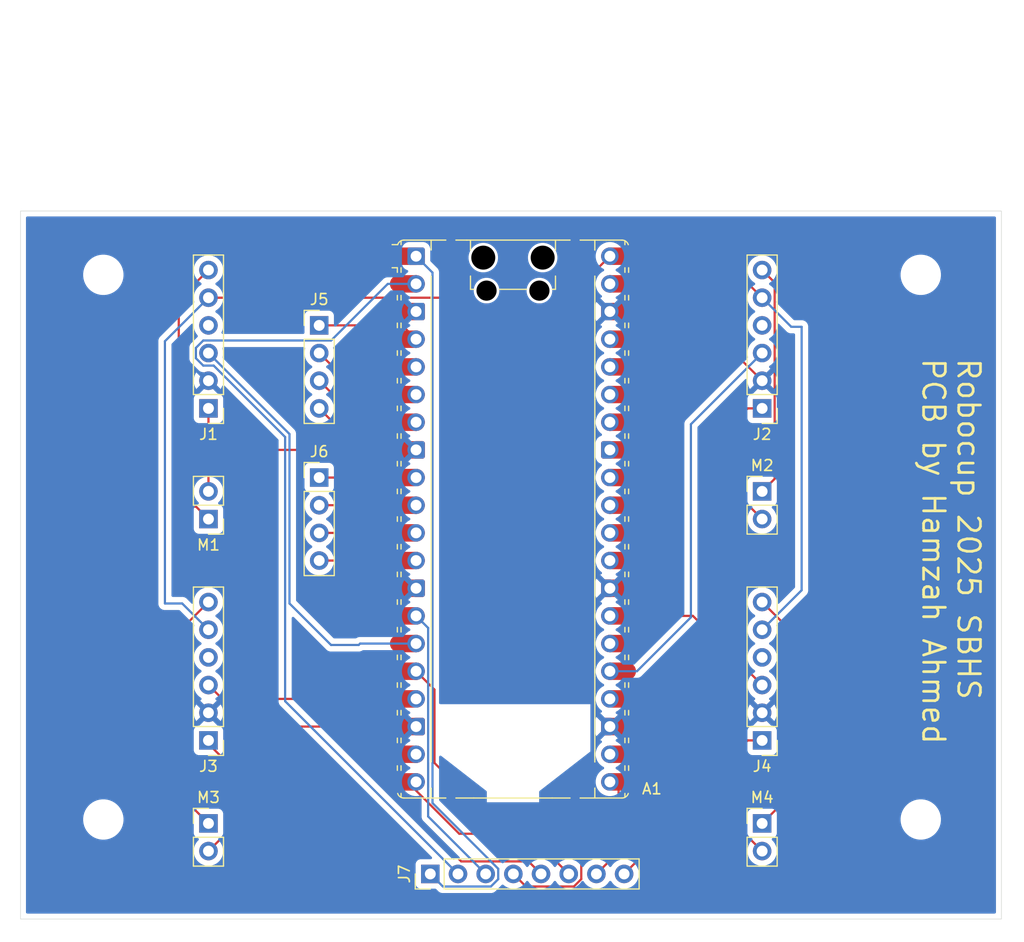
<source format=kicad_pcb>
(kicad_pcb (version 20241229) (generator "pcbnew") (generator_version "9.0")
  (layers (0 "F.Cu" signal) (2 "B.Cu" signal) (13 "F.Paste" user) (15 "B.Paste" user) (5 "F.SilkS" user "F.Silkscreen") (7 "B.SilkS" user "B.Silkscreen") (1 "F.Mask" user) (3 "B.Mask" user) (25 "Edge.Cuts" user))
  (net 0 "")
  (net 1 "Net-(A1-GPIO8)")
  (net 3 "GND")
  (net 4 "Net-(A1-GPIO2)")
  (net 5 "/GP0")
  (net 6 "/GP15")
  (net 8 "/GP14")
  (net 10 "/Encoder 2")
  (net 11 "+5V")
  (net 12 "/GP10")
  (net 13 "/Encoder 1")
  (net 14 "Net-(A1-GPIO5)")
  (net 17 "Net-(A1-GPIO4)")
  (net 21 "/GP16")
  (net 22 "Net-(A1-GPIO3)")
  (net 23 "/GP1")
  (net 25 "Net-(A1-GPIO9)")
  (net 26 "/Encoder 3")
  (net 27 "/GP17")
  (net 28 "/GP12")
  (net 30 "Net-(A1-GPIO7)")
  (net 32 "/Encoder 4")
  (net 43 "Net-(A1-GPIO6)")
  (net 47 "Net-(J1-Pin_6)")
  (net 48 "Net-(J1-Pin_1)")
  (net 50 "Net-(J2-Pin_6)")
  (net 51 "Net-(J2-Pin_1)")
  (net 54 "Net-(J3-Pin_1)")
  (net 55 "Net-(J3-Pin_6)")
  (net 57 "Net-(J4-Pin_6)")
  (net 58 "Net-(J4-Pin_1)")
  (footprint "MountingHole:MountingHole_3.2mm_M3" (layer "F.Cu") (at 190 60)
    (property "Reference" "REF**" (hide yes))
    (property "Value" "MountingHole_3.2mm_M3")
    (pad "" np_thru_hole circle (at 0 0) (size 3.2 3.2) (drill 3.2) (layers "*.Cu" "*.Mask"))
  )
  (footprint "Connector_PinHeader_2.54mm:PinHeader_1x06_P2.54mm_Vertical" (layer "F.Cu") (at 175.445 102.74 180)
    (property "Reference" "J4" (at 0 -2.38 0) (layer "F.SilkS"))
    (property "Value" "Conn_01x06_Pin")
    (pad "1" thru_hole rect (at 0 0 180) (size 1.7 1.7) (drill 1) (layers "*.Cu" "*.Mask") (net 58 "Net-(J4-Pin_1)"))
    (pad "2" thru_hole circle (at 0 2.54 180) (size 1.7 1.7) (drill 1) (layers "*.Cu" "*.Mask") (net 3 "GND"))
    (pad "3" thru_hole circle (at 0 5.08 180) (size 1.7 1.7) (drill 1) (layers "*.Cu" "*.Mask") (net 32 "/Encoder 4"))
    (pad "4" thru_hole circle (at 0 7.62 180) (size 1.7 1.7) (drill 1) (layers "*.Cu" "*.Mask"))
    (pad "5" thru_hole circle (at 0 10.16 180) (size 1.7 1.7) (drill 1) (layers "*.Cu" "*.Mask") (net 11 "+5V"))
    (pad "6" thru_hole circle (at 0 12.7 180) (size 1.7 1.7) (drill 1) (layers "*.Cu" "*.Mask") (net 57 "Net-(J4-Pin_6)"))
  )
  (footprint "Connector_PinHeader_2.54mm:PinHeader_1x04_P2.54mm_Vertical" (layer "F.Cu") (at 134.805 64.64)
    (property "Reference" "J5" (at 0 -2.38 0) (layer "F.SilkS"))
    (property "Value" "Conn_01x04_Pin")
    (pad "1" thru_hole rect (at 0 0) (size 1.7 1.7) (drill 1) (layers "*.Cu" "*.Mask") (net 4 "Net-(A1-GPIO2)"))
    (pad "2" thru_hole circle (at 0 2.54) (size 1.7 1.7) (drill 1) (layers "*.Cu" "*.Mask") (net 22 "Net-(A1-GPIO3)"))
    (pad "3" thru_hole circle (at 0 5.08) (size 1.7 1.7) (drill 1) (layers "*.Cu" "*.Mask") (net 17 "Net-(A1-GPIO4)"))
    (pad "4" thru_hole circle (at 0 7.62) (size 1.7 1.7) (drill 1) (layers "*.Cu" "*.Mask") (net 14 "Net-(A1-GPIO5)"))
  )
  (footprint "MountingHole:MountingHole_3.2mm_M3" (layer "F.Cu") (at 190 110)
    (property "Reference" "REF**" (hide yes))
    (property "Value" "MountingHole_3.2mm_M3")
    (pad "" np_thru_hole circle (at 0 0) (size 3.2 3.2) (drill 3.2) (layers "*.Cu" "*.Mask"))
  )
  (footprint "MountingHole:MountingHole_3.2mm_M3" (layer "F.Cu") (at 115 110)
    (property "Reference" "REF**" (hide yes))
    (property "Value" "MountingHole_3.2mm_M3")
    (pad "" np_thru_hole circle (at 0 0) (size 3.2 3.2) (drill 3.2) (layers "*.Cu" "*.Mask"))
  )
  (footprint "Connector_PinHeader_2.54mm:PinHeader_1x02_P2.54mm_Vertical" (layer "F.Cu") (at 175.445 110.36)
    (property "Reference" "M4" (at 0 -2.38 0) (layer "F.SilkS"))
    (property "Value" "Conn_01x02_Pin")
    (pad "1" thru_hole rect (at 0 0) (size 1.7 1.7) (drill 1) (layers "*.Cu" "*.Mask") (net 57 "Net-(J4-Pin_6)"))
    (pad "2" thru_hole circle (at 0 2.54) (size 1.7 1.7) (drill 1) (layers "*.Cu" "*.Mask") (net 58 "Net-(J4-Pin_1)"))
  )
  (footprint "Connector_PinHeader_2.54mm:PinHeader_1x08_P2.54mm_Vertical" (layer "F.Cu") (at 145 115 90)
    (property "Reference" "J7" (at 0 -2.38 90) (layer "F.SilkS"))
    (property "Value" "Conn_01x08_Pin")
    (pad "1" thru_hole rect (at 0 0 90) (size 1.7 1.7) (drill 1) (layers "*.Cu" "*.Mask") (net 5 "/GP0"))
    (pad "2" thru_hole circle (at 0 2.54 90) (size 1.7 1.7) (drill 1) (layers "*.Cu" "*.Mask") (net 23 "/GP1"))
    (pad "3" thru_hole circle (at 0 5.08 90) (size 1.7 1.7) (drill 1) (layers "*.Cu" "*.Mask") (net 12 "/GP10"))
    (pad "4" thru_hole circle (at 0 7.62 90) (size 1.7 1.7) (drill 1) (layers "*.Cu" "*.Mask") (net 28 "/GP12"))
    (pad "5" thru_hole circle (at 0 10.16 90) (size 1.7 1.7) (drill 1) (layers "*.Cu" "*.Mask") (net 8 "/GP14"))
    (pad "6" thru_hole circle (at 0 12.7 90) (size 1.7 1.7) (drill 1) (layers "*.Cu" "*.Mask") (net 6 "/GP15"))
    (pad "7" thru_hole circle (at 0 15.24 90) (size 1.7 1.7) (drill 1) (layers "*.Cu" "*.Mask") (net 21 "/GP16"))
    (pad "8" thru_hole circle (at 0 17.78 90) (size 1.7 1.7) (drill 1) (layers "*.Cu" "*.Mask") (net 27 "/GP17"))
  )
  (footprint "Connector_PinHeader_2.54mm:PinHeader_1x02_P2.54mm_Vertical" (layer "F.Cu") (at 124.645 82.42 180)
    (property "Reference" "M1" (at 0 -2.38 0) (layer "F.SilkS"))
    (property "Value" "Conn_01x02_Pin")
    (pad "1" thru_hole rect (at 0 0 180) (size 1.7 1.7) (drill 1) (layers "*.Cu" "*.Mask") (net 47 "Net-(J1-Pin_6)"))
    (pad "2" thru_hole circle (at 0 2.54 180) (size 1.7 1.7) (drill 1) (layers "*.Cu" "*.Mask") (net 48 "Net-(J1-Pin_1)"))
  )
  (footprint "Connector_PinHeader_2.54mm:PinHeader_1x06_P2.54mm_Vertical" (layer "F.Cu") (at 124.645 102.74 180)
    (property "Reference" "J3" (at 0 -2.38 0) (layer "F.SilkS"))
    (property "Value" "Conn_01x06_Pin")
    (pad "1" thru_hole rect (at 0 0 180) (size 1.7 1.7) (drill 1) (layers "*.Cu" "*.Mask") (net 54 "Net-(J3-Pin_1)"))
    (pad "2" thru_hole circle (at 0 2.54 180) (size 1.7 1.7) (drill 1) (layers "*.Cu" "*.Mask") (net 3 "GND"))
    (pad "3" thru_hole circle (at 0 5.08 180) (size 1.7 1.7) (drill 1) (layers "*.Cu" "*.Mask") (net 26 "/Encoder 3"))
    (pad "4" thru_hole circle (at 0 7.62 180) (size 1.7 1.7) (drill 1) (layers "*.Cu" "*.Mask"))
    (pad "5" thru_hole circle (at 0 10.16 180) (size 1.7 1.7) (drill 1) (layers "*.Cu" "*.Mask") (net 11 "+5V"))
    (pad "6" thru_hole circle (at 0 12.7 180) (size 1.7 1.7) (drill 1) (layers "*.Cu" "*.Mask") (net 55 "Net-(J3-Pin_6)"))
  )
  (footprint "MountingHole:MountingHole_3.2mm_M3" (layer "F.Cu") (at 115 60)
    (property "Reference" "REF**" (hide yes))
    (property "Value" "MountingHole_3.2mm_M3")
    (pad "" np_thru_hole circle (at 0 0) (size 3.2 3.2) (drill 3.2) (layers "*.Cu" "*.Mask"))
  )
  (footprint "Connector_PinHeader_2.54mm:PinHeader_1x06_P2.54mm_Vertical" (layer "F.Cu") (at 175.445 72.26 180)
    (property "Reference" "J2" (at 0 -2.38 0) (layer "F.SilkS"))
    (property "Value" "Conn_01x06_Pin")
    (pad "1" thru_hole rect (at 0 0 180) (size 1.7 1.7) (drill 1) (layers "*.Cu" "*.Mask") (net 51 "Net-(J2-Pin_1)"))
    (pad "2" thru_hole circle (at 0 2.54 180) (size 1.7 1.7) (drill 1) (layers "*.Cu" "*.Mask") (net 3 "GND"))
    (pad "3" thru_hole circle (at 0 5.08 180) (size 1.7 1.7) (drill 1) (layers "*.Cu" "*.Mask") (net 10 "/Encoder 2"))
    (pad "4" thru_hole circle (at 0 7.62 180) (size 1.7 1.7) (drill 1) (layers "*.Cu" "*.Mask"))
    (pad "5" thru_hole circle (at 0 10.16 180) (size 1.7 1.7) (drill 1) (layers "*.Cu" "*.Mask") (net 11 "+5V"))
    (pad "6" thru_hole circle (at 0 12.7 180) (size 1.7 1.7) (drill 1) (layers "*.Cu" "*.Mask") (net 50 "Net-(J2-Pin_6)"))
  )
  (footprint "Connector_PinHeader_2.54mm:PinHeader_1x02_P2.54mm_Vertical" (layer "F.Cu") (at 124.645 110.36)
    (property "Reference" "M3" (at 0 -2.38 0) (layer "F.SilkS"))
    (property "Value" "Conn_01x02_Pin")
    (pad "1" thru_hole rect (at 0 0) (size 1.7 1.7) (drill 1) (layers "*.Cu" "*.Mask") (net 55 "Net-(J3-Pin_6)"))
    (pad "2" thru_hole circle (at 0 2.54) (size 1.7 1.7) (drill 1) (layers "*.Cu" "*.Mask") (net 54 "Net-(J3-Pin_1)"))
  )
  (footprint "Module:RaspberryPi_Pico_Common_Unspecified" (layer "F.Cu") (at 152.585 82.42)
    (property "Reference" "A1" (at 11.7475 24.765 0) (layer "F.SilkS") (effects (justify left)))
    (property "Value" "RaspberryPi_Pico")
    (pad "" np_thru_hole circle (at -2.725 -24) (size 2.2 2.2) (drill 2.2) (layers "*.Mask"))
    (pad "" np_thru_hole circle (at -2.425 -20.97) (size 1.85 1.85) (drill 1.85) (layers "*.Mask"))
    (pad "" np_thru_hole circle (at 2.425 -20.97) (size 1.85 1.85) (drill 1.85) (layers "*.Mask"))
    (pad "" np_thru_hole circle (at 2.725 -24) (size 2.2 2.2) (drill 2.2) (layers "*.Mask"))
    (pad "1" smd custom (at -9.69 -24.13) (size 1.6 0.8) (layers "F.Cu" "F.Mask") (net 5 "/GP0") (options (clearance outline) (anchor rect)) (primitives (gr_circle (center 0.8 0) (end 1.6 0) (width 0) (fill yes)) (gr_poly (pts (xy -1.6 -0.6) (xy -1.6 0.6) (xy -1.4 0.8) (xy 0.8 0.8) (xy 0.8 -0.8) (xy -1.4 -0.8)) (width 0) (fill yes)) (gr_circle (center -1.4 -0.6) (end -1.2 -0.6) (width 0) (fill yes)) (gr_circle (center -1.4 0.6) (end -1.2 0.6) (width 0) (fill yes))))
    (pad "1" thru_hole roundrect (at -8.89 -24.13) (size 1.6 1.6) (drill 1) (layers "*.Cu" "*.Mask") (roundrect_rratio 0.125) (net 5 "/GP0"))
    (pad "2" smd roundrect (at -9.69 -21.59) (size 3.2 1.6) (layers "F.Cu" "F.Mask") (roundrect_rratio 0.5) (net 23 "/GP1"))
    (pad "2" thru_hole circle (at -8.89 -21.59) (size 1.6 1.6) (drill 1) (layers "*.Cu" "*.Mask") (net 23 "/GP1"))
    (pad "3" smd custom (at -9.69 -19.05) (size 1.6 0.8) (layers "F.Cu" "F.Mask") (net 3 "GND") (options (clearance outline) (anchor rect)) (primitives (gr_circle (center -0.8 0) (end 0 0) (width 0) (fill yes)) (gr_poly (pts (xy 1.6 -0.6) (xy 1.6 0.6) (xy 1.4 0.8) (xy -0.8 0.8) (xy -0.8 -0.8) (xy 1.4 -0.8)) (width 0) (fill yes)) (gr_circle (center 1.4 -0.6) (end 1.6 -0.6) (width 0) (fill yes)) (gr_circle (center 1.4 0.6) (end 1.6 0.6) (width 0) (fill yes))))
    (pad "3" thru_hole custom (at -8.89 -19.05) (size 1.6 1.6) (drill 1) (layers "*.Cu" "*.Mask") (net 3 "GND") (options (clearance outline) (anchor circle)) (primitives (gr_poly (pts (xy 0.8 0.6) (xy 0.8 -0.6) (xy 0.6 -0.8) (xy 0 -0.8) (xy 0 0.8) (xy 0.6 0.8)) (width 0) (fill yes)) (gr_circle (center 0.6 0.6) (end 0.8 0.6) (width 0) (fill yes)) (gr_circle (center 0.6 -0.6) (end 0.8 -0.6) (width 0) (fill yes))))
    (pad "4" smd roundrect (at -9.69 -16.51) (size 3.2 1.6) (layers "F.Cu" "F.Mask") (roundrect_rratio 0.5) (net 4 "Net-(A1-GPIO2)"))
    (pad "4" thru_hole circle (at -8.89 -16.51) (size 1.6 1.6) (drill 1) (layers "*.Cu" "*.Mask") (net 4 "Net-(A1-GPIO2)"))
    (pad "5" smd roundrect (at -9.69 -13.97) (size 3.2 1.6) (layers "F.Cu" "F.Mask") (roundrect_rratio 0.5) (net 22 "Net-(A1-GPIO3)"))
    (pad "5" thru_hole circle (at -8.89 -13.97) (size 1.6 1.6) (drill 1) (layers "*.Cu" "*.Mask") (net 22 "Net-(A1-GPIO3)"))
    (pad "6" smd roundrect (at -9.69 -11.43) (size 3.2 1.6) (layers "F.Cu" "F.Mask") (roundrect_rratio 0.5) (net 17 "Net-(A1-GPIO4)"))
    (pad "6" thru_hole circle (at -8.89 -11.43) (size 1.6 1.6) (drill 1) (layers "*.Cu" "*.Mask") (net 17 "Net-(A1-GPIO4)"))
    (pad "7" smd roundrect (at -9.69 -8.89) (size 3.2 1.6) (layers "F.Cu" "F.Mask") (roundrect_rratio 0.5) (net 14 "Net-(A1-GPIO5)"))
    (pad "7" thru_hole circle (at -8.89 -8.89) (size 1.6 1.6) (drill 1) (layers "*.Cu" "*.Mask") (net 14 "Net-(A1-GPIO5)"))
    (pad "8" smd custom (at -9.69 -6.35) (size 1.6 0.8) (layers "F.Cu" "F.Mask") (net 3 "GND") (options (clearance outline) (anchor rect)) (primitives (gr_circle (center -0.8 0) (end 0 0) (width 0) (fill yes)) (gr_poly (pts (xy 1.6 -0.6) (xy 1.6 0.6) (xy 1.4 0.8) (xy -0.8 0.8) (xy -0.8 -0.8) (xy 1.4 -0.8)) (width 0) (fill yes)) (gr_circle (center 1.4 -0.6) (end 1.6 -0.6) (width 0) (fill yes)) (gr_circle (center 1.4 0.6) (end 1.6 0.6) (width 0) (fill yes))))
    (pad "8" thru_hole custom (at -8.89 -6.35) (size 1.6 1.6) (drill 1) (layers "*.Cu" "*.Mask") (net 3 "GND") (options (clearance outline) (anchor circle)) (primitives (gr_poly (pts (xy 0.8 0.6) (xy 0.8 -0.6) (xy 0.6 -0.8) (xy 0 -0.8) (xy 0 0.8) (xy 0.6 0.8)) (width 0) (fill yes)) (gr_circle (center 0.6 0.6) (end 0.8 0.6) (width 0) (fill yes)) (gr_circle (center 0.6 -0.6) (end 0.8 -0.6) (width 0) (fill yes))))
    (pad "9" smd roundrect (at -9.69 -3.81) (size 3.2 1.6) (layers "F.Cu" "F.Mask") (roundrect_rratio 0.5) (net 43 "Net-(A1-GPIO6)"))
    (pad "9" thru_hole circle (at -8.89 -3.81) (size 1.6 1.6) (drill 1) (layers "*.Cu" "*.Mask") (net 43 "Net-(A1-GPIO6)"))
    (pad "10" smd roundrect (at -9.69 -1.27) (size 3.2 1.6) (layers "F.Cu" "F.Mask") (roundrect_rratio 0.5) (net 30 "Net-(A1-GPIO7)"))
    (pad "10" thru_hole circle (at -8.89 -1.27) (size 1.6 1.6) (drill 1) (layers "*.Cu" "*.Mask") (net 30 "Net-(A1-GPIO7)"))
    (pad "11" smd roundrect (at -9.69 1.27) (size 3.2 1.6) (layers "F.Cu" "F.Mask") (roundrect_rratio 0.5) (net 1 "Net-(A1-GPIO8)"))
    (pad "11" thru_hole circle (at -8.89 1.27) (size 1.6 1.6) (drill 1) (layers "*.Cu" "*.Mask") (net 1 "Net-(A1-GPIO8)"))
    (pad "12" smd roundrect (at -9.69 3.81) (size 3.2 1.6) (layers "F.Cu" "F.Mask") (roundrect_rratio 0.5) (net 25 "Net-(A1-GPIO9)"))
    (pad "12" thru_hole circle (at -8.89 3.81) (size 1.6 1.6) (drill 1) (layers "*.Cu" "*.Mask") (net 25 "Net-(A1-GPIO9)"))
    (pad "13" smd custom (at -9.69 6.35) (size 1.6 0.8) (layers "F.Cu" "F.Mask") (net 3 "GND") (options (clearance outline) (anchor rect)) (primitives (gr_circle (center -0.8 0) (end 0 0) (width 0) (fill yes)) (gr_poly (pts (xy 1.6 -0.6) (xy 1.6 0.6) (xy 1.4 0.8) (xy -0.8 0.8) (xy -0.8 -0.8) (xy 1.4 -0.8)) (width 0) (fill yes)) (gr_circle (center 1.4 -0.6) (end 1.6 -0.6) (width 0) (fill yes)) (gr_circle (center 1.4 0.6) (end 1.6 0.6) (width 0) (fill yes))))
    (pad "13" thru_hole custom (at -8.89 6.35) (size 1.6 1.6) (drill 1) (layers "*.Cu" "*.Mask") (net 3 "GND") (options (clearance outline) (anchor circle)) (primitives (gr_poly (pts (xy 0.8 0.6) (xy 0.8 -0.6) (xy 0.6 -0.8) (xy 0 -0.8) (xy 0 0.8) (xy 0.6 0.8)) (width 0) (fill yes)) (gr_circle (center 0.6 0.6) (end 0.8 0.6) (width 0) (fill yes)) (gr_circle (center 0.6 -0.6) (end 0.8 -0.6) (width 0) (fill yes))))
    (pad "14" smd roundrect (at -9.69 8.89) (size 3.2 1.6) (layers "F.Cu" "F.Mask") (roundrect_rratio 0.5) (net 12 "/GP10"))
    (pad "14" thru_hole circle (at -8.89 8.89) (size 1.6 1.6) (drill 1) (layers "*.Cu" "*.Mask") (net 12 "/GP10"))
    (pad "15" smd roundrect (at -9.69 11.43) (size 3.2 1.6) (layers "F.Cu" "F.Mask") (roundrect_rratio 0.5) (net 13 "/Encoder 1"))
    (pad "15" thru_hole circle (at -8.89 11.43) (size 1.6 1.6) (drill 1) (layers "*.Cu" "*.Mask") (net 13 "/Encoder 1"))
    (pad "16" smd roundrect (at -9.69 13.97) (size 3.2 1.6) (layers "F.Cu" "F.Mask") (roundrect_rratio 0.5) (net 28 "/GP12"))
    (pad "16" thru_hole circle (at -8.89 13.97) (size 1.6 1.6) (drill 1) (layers "*.Cu" "*.Mask") (net 28 "/GP12"))
    (pad "17" smd roundrect (at -9.69 16.51) (size 3.2 1.6) (layers "F.Cu" "F.Mask") (roundrect_rratio 0.5) (net 26 "/Encoder 3"))
    (pad "17" thru_hole circle (at -8.89 16.51) (size 1.6 1.6) (drill 1) (layers "*.Cu" "*.Mask") (net 26 "/Encoder 3"))
    (pad "18" smd custom (at -9.69 19.05) (size 1.6 0.8) (layers "F.Cu" "F.Mask") (net 3 "GND") (options (clearance outline) (anchor rect)) (primitives (gr_circle (center -0.8 0) (end 0 0) (width 0) (fill yes)) (gr_poly (pts (xy 1.6 -0.6) (xy 1.6 0.6) (xy 1.4 0.8) (xy -0.8 0.8) (xy -0.8 -0.8) (xy 1.4 -0.8)) (width 0) (fill yes)) (gr_circle (center 1.4 -0.6) (end 1.6 -0.6) (width 0) (fill yes)) (gr_circle (center 1.4 0.6) (end 1.6 0.6) (width 0) (fill yes))))
    (pad "18" thru_hole custom (at -8.89 19.05) (size 1.6 1.6) (drill 1) (layers "*.Cu" "*.Mask") (net 3 "GND") (options (clearance outline) (anchor circle)) (primitives (gr_poly (pts (xy 0.8 0.6) (xy 0.8 -0.6) (xy 0.6 -0.8) (xy 0 -0.8) (xy 0 0.8) (xy 0.6 0.8)) (width 0) (fill yes)) (gr_circle (center 0.6 0.6) (end 0.8 0.6) (width 0) (fill yes)) (gr_circle (center 0.6 -0.6) (end 0.8 -0.6) (width 0) (fill yes))))
    (pad "19" smd roundrect (at -9.69 21.59) (size 3.2 1.6) (layers "F.Cu" "F.Mask") (roundrect_rratio 0.5) (net 8 "/GP14"))
    (pad "19" thru_hole circle (at -8.89 21.59) (size 1.6 1.6) (drill 1) (layers "*.Cu" "*.Mask") (net 8 "/GP14"))
    (pad "20" smd roundrect (at -9.69 24.13) (size 3.2 1.6) (layers "F.Cu" "F.Mask") (roundrect_rratio 0.5) (net 6 "/GP15"))
    (pad "20" thru_hole circle (at -8.89 24.13) (size 1.6 1.6) (drill 1) (layers "*.Cu" "*.Mask") (net 6 "/GP15"))
    (pad "21" thru_hole circle (at 8.89 24.13) (size 1.6 1.6) (drill 1) (layers "*.Cu" "*.Mask") (net 21 "/GP16"))
    (pad "21" smd roundrect (at 9.69 24.13) (size 3.2 1.6) (layers "F.Cu" "F.Mask") (roundrect_rratio 0.5) (net 21 "/GP16"))
    (pad "22" thru_hole circle (at 8.89 21.59) (size 1.6 1.6) (drill 1) (layers "*.Cu" "*.Mask") (net 27 "/GP17"))
    (pad "22" smd roundrect (at 9.69 21.59) (size 3.2 1.6) (layers "F.Cu" "F.Mask") (roundrect_rratio 0.5) (net 27 "/GP17"))
    (pad "23" thru_hole custom (at 8.89 19.05) (size 1.6 1.6) (drill 1) (layers "*.Cu" "*.Mask") (net 3 "GND") (options (clearance outline) (anchor circle)) (primitives (gr_poly (pts (xy -0.8 0.6) (xy -0.8 -0.6) (xy -0.6 -0.8) (xy 0 -0.8) (xy 0 0.8) (xy -0.6 0.8)) (width 0) (fill yes)) (gr_circle (center -0.6 0.6) (end -0.4 0.6) (width 0) (fill yes)) (gr_circle (center -0.6 -0.6) (end -0.4 -0.6) (width 0) (fill yes))))
    (pad "23" smd custom (at 9.69 19.05) (size 1.6 0.8) (layers "F.Cu" "F.Mask") (net 3 "GND") (options (clearance outline) (anchor rect)) (primitives (gr_circle (center 0.8 0) (end 1.6 0) (width 0) (fill yes)) (gr_poly (pts (xy -1.6 -0.6) (xy -1.6 0.6) (xy -1.4 0.8) (xy 0.8 0.8) (xy 0.8 -0.8) (xy -1.4 -0.8)) (width 0) (fill yes)) (gr_circle (center -1.4 -0.6) (end -1.2 -0.6) (width 0) (fill yes)) (gr_circle (center -1.4 0.6) (end -1.2 0.6) (width 0) (fill yes))))
    (pad "24" thru_hole circle (at 8.89 16.51) (size 1.6 1.6) (drill 1) (layers "*.Cu" "*.Mask"))
    (pad "24" smd roundrect (at 9.69 16.51) (size 3.2 1.6) (layers "F.Cu" "F.Mask") (roundrect_rratio 0.5))
    (pad "25" thru_hole circle (at 8.89 13.97) (size 1.6 1.6) (drill 1) (layers "*.Cu" "*.Mask") (net 10 "/Encoder 2"))
    (pad "25" smd roundrect (at 9.69 13.97) (size 3.2 1.6) (layers "F.Cu" "F.Mask") (roundrect_rratio 0.5) (net 10 "/Encoder 2"))
    (pad "26" thru_hole circle (at 8.89 11.43) (size 1.6 1.6) (drill 1) (layers "*.Cu" "*.Mask"))
    (pad "26" smd roundrect (at 9.69 11.43) (size 3.2 1.6) (layers "F.Cu" "F.Mask") (roundrect_rratio 0.5))
    (pad "27" thru_hole circle (at 8.89 8.89) (size 1.6 1.6) (drill 1) (layers "*.Cu" "*.Mask") (net 32 "/Encoder 4"))
    (pad "27" smd roundrect (at 9.69 8.89) (size 3.2 1.6) (layers "F.Cu" "F.Mask") (roundrect_rratio 0.5) (net 32 "/Encoder 4"))
    (pad "28" thru_hole custom (at 8.89 6.35) (size 1.6 1.6) (drill 1) (layers "*.Cu" "*.Mask") (net 3 "GND") (options (clearance outline) (anchor circle)) (primitives (gr_poly (pts (xy -0.8 0.6) (xy -0.8 -0.6) (xy -0.6 -0.8) (xy 0 -0.8) (xy 0 0.8) (xy -0.6 0.8)) (width 0) (fill yes)) (gr_circle (center -0.6 0.6) (end -0.4 0.6) (width 0) (fill yes)) (gr_circle (center -0.6 -0.6) (end -0.4 -0.6) (width 0) (fill yes))))
    (pad "28" smd custom (at 9.69 6.35) (size 1.6 0.8) (layers "F.Cu" "F.Mask") (net 3 "GND") (options (clearance outline) (anchor rect)) (primitives (gr_circle (center 0.8 0) (end 1.6 0) (width 0) (fill yes)) (gr_poly (pts (xy -1.6 -0.6) (xy -1.6 0.6) (xy -1.4 0.8) (xy 0.8 0.8) (xy 0.8 -0.8) (xy -1.4 -0.8)) (width 0) (fill yes)) (gr_circle (center -1.4 -0.6) (end -1.2 -0.6) (width 0) (fill yes)) (gr_circle (center -1.4 0.6) (end -1.2 0.6) (width 0) (fill yes))))
    (pad "29" thru_hole circle (at 8.89 3.81) (size 1.6 1.6) (drill 1) (layers "*.Cu" "*.Mask"))
    (pad "29" smd roundrect (at 9.69 3.81) (size 3.2 1.6) (layers "F.Cu" "F.Mask") (roundrect_rratio 0.5))
    (pad "30" thru_hole circle (at 8.89 1.27) (size 1.6 1.6) (drill 1) (layers "*.Cu" "*.Mask"))
    (pad "30" smd roundrect (at 9.69 1.27) (size 3.2 1.6) (layers "F.Cu" "F.Mask") (roundrect_rratio 0.5))
    (pad "31" thru_hole circle (at 8.89 -1.27) (size 1.6 1.6) (drill 1) (layers "*.Cu" "*.Mask"))
    (pad "31" smd roundrect (at 9.69 -1.27) (size 3.2 1.6) (layers "F.Cu" "F.Mask") (roundrect_rratio 0.5))
    (pad "32" thru_hole circle (at 8.89 -3.81) (size 1.6 1.6) (drill 1) (layers "*.Cu" "*.Mask"))
    (pad "32" smd roundrect (at 9.69 -3.81) (size 3.2 1.6) (layers "F.Cu" "F.Mask") (roundrect_rratio 0.5))
    (pad "33" thru_hole custom (at 8.89 -6.35) (size 1.6 1.6) (drill 1) (layers "*.Cu" "*.Mask") (options (clearance outline) (anchor circle)) (primitives (gr_poly (pts (xy -0.8 0.6) (xy -0.8 -0.6) (xy -0.6 -0.8) (xy 0 -0.8) (xy 0 0.8) (xy -0.6 0.8)) (width 0) (fill yes)) (gr_circle (center -0.6 0.6) (end -0.4 0.6) (width 0) (fill yes)) (gr_circle (center -0.6 -0.6) (end -0.4 -0.6) (width 0) (fill yes))))
    (pad "33" smd custom (at 9.69 -6.35) (size 1.6 0.8) (layers "F.Cu" "F.Mask") (options (clearance outline) (anchor rect)) (primitives (gr_circle (center 0.8 0) (end 1.6 0) (width 0) (fill yes)) (gr_poly (pts (xy -1.6 -0.6) (xy -1.6 0.6) (xy -1.4 0.8) (xy 0.8 0.8) (xy 0.8 -0.8) (xy -1.4 -0.8)) (width 0) (fill yes)) (gr_circle (center -1.4 -0.6) (end -1.2 -0.6) (width 0) (fill yes)) (gr_circle (center -1.4 0.6) (end -1.2 0.6) (width 0) (fill yes))))
    (pad "34" thru_hole circle (at 8.89 -8.89) (size 1.6 1.6) (drill 1) (layers "*.Cu" "*.Mask"))
    (pad "34" smd roundrect (at 9.69 -8.89) (size 3.2 1.6) (layers "F.Cu" "F.Mask") (roundrect_rratio 0.5))
    (pad "35" thru_hole circle (at 8.89 -11.43) (size 1.6 1.6) (drill 1) (layers "*.Cu" "*.Mask"))
    (pad "35" smd roundrect (at 9.69 -11.43) (size 3.2 1.6) (layers "F.Cu" "F.Mask") (roundrect_rratio 0.5))
    (pad "36" thru_hole circle (at 8.89 -13.97) (size 1.6 1.6) (drill 1) (layers "*.Cu" "*.Mask"))
    (pad "36" smd roundrect (at 9.69 -13.97) (size 3.2 1.6) (layers "F.Cu" "F.Mask") (roundrect_rratio 0.5))
    (pad "37" thru_hole circle (at 8.89 -16.51) (size 1.6 1.6) (drill 1) (layers "*.Cu" "*.Mask"))
    (pad "37" smd roundrect (at 9.69 -16.51) (size 3.2 1.6) (layers "F.Cu" "F.Mask") (roundrect_rratio 0.5))
    (pad "38" thru_hole custom (at 8.89 -19.05) (size 1.6 1.6) (drill 1) (layers "*.Cu" "*.Mask") (net 3 "GND") (options (clearance outline) (anchor circle)) (primitives (gr_poly (pts (xy -0.8 0.6) (xy -0.8 -0.6) (xy -0.6 -0.8) (xy 0 -0.8) (xy 0 0.8) (xy -0.6 0.8)) (width 0) (fill yes)) (gr_circle (center -0.6 0.6) (end -0.4 0.6) (width 0) (fill yes)) (gr_circle (center -0.6 -0.6) (end -0.4 -0.6) (width 0) (fill yes))))
    (pad "38" smd custom (at 9.69 -19.05) (size 1.6 0.8) (layers "F.Cu" "F.Mask") (net 3 "GND") (options (clearance outline) (anchor rect)) (primitives (gr_circle (center 0.8 0) (end 1.6 0) (width 0) (fill yes)) (gr_poly (pts (xy -1.6 -0.6) (xy -1.6 0.6) (xy -1.4 0.8) (xy 0.8 0.8) (xy 0.8 -0.8) (xy -1.4 -0.8)) (width 0) (fill yes)) (gr_circle (center -1.4 -0.6) (end -1.2 -0.6) (width 0) (fill yes)) (gr_circle (center -1.4 0.6) (end -1.2 0.6) (width 0) (fill yes))))
    (pad "39" thru_hole circle (at 8.89 -21.59) (size 1.6 1.6) (drill 1) (layers "*.Cu" "*.Mask"))
    (pad "39" smd roundrect (at 9.69 -21.59) (size 3.2 1.6) (layers "F.Cu" "F.Mask") (roundrect_rratio 0.5))
    (pad "40" thru_hole circle (at 8.89 -24.13) (size 1.6 1.6) (drill 1) (layers "*.Cu" "*.Mask") (net 11 "+5V"))
    (pad "40" smd roundrect (at 9.69 -24.13) (size 3.2 1.6) (layers "F.Cu" "F.Mask") (roundrect_rratio 0.5) (net 11 "+5V"))
    (zone (net 0) (net_name "") (layers "F.Cu" "B.Cu" "F.Paste" "B.Paste") (name "Antenna Copper Keep Out") (connect_pads (clearance 0)) (min_thickness 0.254)
      (keepout (tracks not_allowed) (vias not_allowed) (pads not_allowed) (copperpour not_allowed) (footprints allowed))
      (fill (thermal_gap 0.508) (thermal_bridge_width 0.508))
      (polygon (pts (xy 150.185 107.409895) (xy 145.485 103.759895) (xy 145.485 99.42) (xy 159.685 99.42) (xy 159.685 103.759895) (xy 154.985 107.409895) (xy 154.985 108.42) (xy 150.185 108.42)))
    )
  )
  (footprint "Connector_PinHeader_2.54mm:PinHeader_1x02_P2.54mm_Vertical" (layer "F.Cu") (at 175.445 79.88)
    (property "Reference" "M2" (at 0 -2.38 0) (layer "F.SilkS"))
    (property "Value" "Conn_01x02_Pin")
    (pad "1" thru_hole rect (at 0 0) (size 1.7 1.7) (drill 1) (layers "*.Cu" "*.Mask") (net 50 "Net-(J2-Pin_6)"))
    (pad "2" thru_hole circle (at 0 2.54) (size 1.7 1.7) (drill 1) (layers "*.Cu" "*.Mask") (net 51 "Net-(J2-Pin_1)"))
  )
  (footprint "Connector_PinHeader_2.54mm:PinHeader_1x06_P2.54mm_Vertical" (layer "F.Cu") (at 124.645 72.26 180)
    (property "Reference" "J1" (at 0 -2.38 0) (layer "F.SilkS"))
    (property "Value" "Conn_01x06_Pin")
    (pad "1" thru_hole rect (at 0 0 180) (size 1.7 1.7) (drill 1) (layers "*.Cu" "*.Mask") (net 48 "Net-(J1-Pin_1)"))
    (pad "2" thru_hole circle (at 0 2.54 180) (size 1.7 1.7) (drill 1) (layers "*.Cu" "*.Mask") (net 3 "GND"))
    (pad "3" thru_hole circle (at 0 5.08 180) (size 1.7 1.7) (drill 1) (layers "*.Cu" "*.Mask") (net 13 "/Encoder 1"))
    (pad "4" thru_hole circle (at 0 7.62 180) (size 1.7 1.7) (drill 1) (layers "*.Cu" "*.Mask"))
    (pad "5" thru_hole circle (at 0 10.16 180) (size 1.7 1.7) (drill 1) (layers "*.Cu" "*.Mask") (net 11 "+5V"))
    (pad "6" thru_hole circle (at 0 12.7 180) (size 1.7 1.7) (drill 1) (layers "*.Cu" "*.Mask") (net 47 "Net-(J1-Pin_6)"))
  )
  (footprint "Connector_PinHeader_2.54mm:PinHeader_1x04_P2.54mm_Vertical" (layer "F.Cu") (at 134.805 78.61)
    (property "Reference" "J6" (at 0 -2.38 0) (layer "F.SilkS"))
    (property "Value" "Conn_01x04_Pin")
    (pad "1" thru_hole rect (at 0 0) (size 1.7 1.7) (drill 1) (layers "*.Cu" "*.Mask") (net 43 "Net-(A1-GPIO6)"))
    (pad "2" thru_hole circle (at 0 2.54) (size 1.7 1.7) (drill 1) (layers "*.Cu" "*.Mask") (net 30 "Net-(A1-GPIO7)"))
    (pad "3" thru_hole circle (at 0 5.08) (size 1.7 1.7) (drill 1) (layers "*.Cu" "*.Mask") (net 1 "Net-(A1-GPIO8)"))
    (pad "4" thru_hole circle (at 0 7.62) (size 1.7 1.7) (drill 1) (layers "*.Cu" "*.Mask") (net 25 "Net-(A1-GPIO9)"))
  )
  (gr_rect (start 107.4 54.14) (end 197.4 119.14) (stroke (width 0.05)) (fill no) (layer "Edge.Cuts"))
  (gr_text "Robocup 2025 SBHS\nPCB by Hamzah Ahmed" (at 190 67.5 270) (layer "F.SilkS") (effects (font (size 2 2) (thickness 0.25)) (justify left bottom)))
  (segment (start 134.805 83.69) (end 142.895 83.69) (width 0.2) (layer "F.Cu") (net 1))
  (segment (start 130.995 76.07) (end 143.695 76.07) (width 0.2) (layer "F.Cu") (net 3))
  (segment (start 169.095 63.37) (end 175.445 69.72) (width 0.2) (layer "F.Cu") (net 3))
  (segment (start 125.915 101.47) (end 142.895 101.47) (width 0.2) (layer "F.Cu") (net 3))
  (segment (start 124.645 100.2) (end 125.915 101.47) (width 0.2) (layer "F.Cu") (net 3))
  (segment (start 162.275 63.37) (end 169.095 63.37) (width 0.2) (layer "F.Cu") (net 3))
  (segment (start 175.445 100.2) (end 174.175 101.47) (width 0.2) (layer "F.Cu") (net 3))
  (segment (start 124.645 69.72) (end 130.995 76.07) (width 0.2) (layer "F.Cu") (net 3))
  (segment (start 174.175 101.47) (end 162.275 101.47) (width 0.2) (layer "F.Cu") (net 3))
  (segment (start 134.805 64.64) (end 142.425 64.64) (width 0.2) (layer "F.Cu") (net 4))
  (segment (start 142.425 64.64) (end 143.695 65.91) (width 0.2) (layer "F.Cu") (net 4))
  (segment (start 151.231 115.47676) (end 151.231 114.52324) (width 0.2) (layer "B.Cu") (net 5))
  (segment (start 150.55676 116.151) (end 151.231 115.47676) (width 0.2) (layer "B.Cu") (net 5))
  (segment (start 145.202 108.49424) (end 145.202 59.797) (width 0.2) (layer "B.Cu") (net 5))
  (segment (start 145 115) (end 146.151 116.151) (width 0.2) (layer "B.Cu") (net 5))
  (segment (start 146.151 116.151) (end 150.55676 116.151) (width 0.2) (layer "B.Cu") (net 5))
  (segment (start 145.202 59.797) (end 143.695 58.29) (width 0.2) (layer "B.Cu") (net 5))
  (segment (start 151.231 114.52324) (end 145.202 108.49424) (width 0.2) (layer "B.Cu") (net 5))
  (segment (start 157.7 115) (end 154.009 111.309) (width 0.2) (layer "F.Cu") (net 6))
  (segment (start 147.654 111.309) (end 142.895 106.55) (width 0.2) (layer "F.Cu") (net 6))
  (segment (start 154.009 111.309) (end 147.654 111.309) (width 0.2) (layer "F.Cu") (net 6))
  (segment (start 140.994 107.00605) (end 140.994 105.911) (width 0.2) (layer "F.Cu") (net 8))
  (segment (start 154.009 113.849) (end 147.83695 113.849) (width 0.2) (layer "F.Cu") (net 8))
  (segment (start 140.994 105.911) (end 142.895 104.01) (width 0.2) (layer "F.Cu") (net 8))
  (segment (start 155.16 115) (end 154.009 113.849) (width 0.2) (layer "F.Cu") (net 8))
  (segment (start 147.83695 113.849) (end 140.994 107.00605) (width 0.2) (layer "F.Cu") (net 8))
  (segment (start 175.445 67.18) (end 168.91 73.715) (width 0.2) (layer "B.Cu") (net 10))
  (segment (start 168.91 73.715) (end 168.91 91.44) (width 0.2) (layer "B.Cu") (net 10))
  (segment (start 163.96 96.39) (end 161.475 96.39) (width 0.2) (layer "B.Cu") (net 10))
  (segment (start 168.91 91.44) (end 163.96 96.39) (width 0.2) (layer "B.Cu") (net 10))
  (segment (start 124.645 62.1) (end 149.005463 62.1) (width 0.2) (layer "F.Cu") (net 11))
  (segment (start 171.635 58.29) (end 175.445 62.1) (width 0.2) (layer "F.Cu") (net 11))
  (segment (start 149.005463 62.1) (end 149.631463 62.726) (width 0.2) (layer "F.Cu") (net 11))
  (segment (start 149.631463 62.726) (end 157.039 62.726) (width 0.2) (layer "F.Cu") (net 11))
  (segment (start 161.475 58.29) (end 171.635 58.29) (width 0.2) (layer "F.Cu") (net 11))
  (segment (start 157.039 62.726) (end 161.475 58.29) (width 0.2) (layer "F.Cu") (net 11))
  (segment (start 175.445 92.58) (end 179.07 88.955) (width 0.2) (layer "B.Cu") (net 11))
  (segment (start 179.07 64.77) (end 178.115 64.77) (width 0.2) (layer "B.Cu") (net 11))
  (segment (start 122.235 90.17) (end 124.645 92.58) (width 0.2) (layer "B.Cu") (net 11))
  (segment (start 120.65 66.095) (end 120.65 90.17) (width 0.2) (layer "B.Cu") (net 11))
  (segment (start 124.645 62.1) (end 120.65 66.095) (width 0.2) (layer "B.Cu") (net 11))
  (segment (start 178.115 64.77) (end 175.445 62.1) (width 0.2) (layer "B.Cu") (net 11))
  (segment (start 120.65 90.17) (end 122.235 90.17) (width 0.2) (layer "B.Cu") (net 11))
  (segment (start 179.07 88.955) (end 179.07 64.77) (width 0.2) (layer "B.Cu") (net 11))
  (segment (start 144.801 109.721) (end 144.801 92.416) (width 0.2) (layer "B.Cu") (net 12))
  (segment (start 144.801 92.416) (end 143.695 91.31) (width 0.2) (layer "B.Cu") (net 12))
  (segment (start 150.08 115) (end 144.801 109.721) (width 0.2) (layer "B.Cu") (net 12))
  (segment (start 150.08 115) (end 150 115) (width 0.2) (layer "B.Cu") (net 12))
  (segment (start 132.08 74.615) (end 132.08 90.17) (width 0.2) (layer "B.Cu") (net 13))
  (segment (start 124.645 67.18) (end 132.08 74.615) (width 0.2) (layer "B.Cu") (net 13))
  (segment (start 132.08 90.17) (end 135.89 93.98) (width 0.2) (layer "B.Cu") (net 13))
  (segment (start 138.43 93.98) (end 138.56 93.85) (width 0.2) (layer "B.Cu") (net 13))
  (segment (start 135.89 93.98) (end 138.43 93.98) (width 0.2) (layer "B.Cu") (net 13))
  (segment (start 138.56 93.85) (end 143.695 93.85) (width 0.2) (layer "B.Cu") (net 13))
  (segment (start 136.075 73.53) (end 142.895 73.53) (width 0.2) (layer "F.Cu") (net 14))
  (segment (start 134.805 72.26) (end 136.075 73.53) (width 0.2) (layer "F.Cu") (net 14))
  (segment (start 134.805 69.72) (end 136.075 70.99) (width 0.2) (layer "F.Cu") (net 17))
  (segment (start 136.075 70.99) (end 142.895 70.99) (width 0.2) (layer "F.Cu") (net 17))
  (segment (start 160.24 115) (end 162.275 112.965) (width 0.2) (layer "F.Cu") (net 21))
  (segment (start 162.275 112.965) (end 162.275 106.55) (width 0.2) (layer "F.Cu") (net 21))
  (segment (start 134.805 67.18) (end 136.075 68.45) (width 0.2) (layer "F.Cu") (net 22))
  (segment (start 136.075 68.45) (end 142.895 68.45) (width 0.2) (layer "F.Cu") (net 22))
  (segment (start 147.54 115) (end 131.679 99.139) (width 0.2) (layer "B.Cu") (net 23))
  (segment (start 124.16824 66.029) (end 135.901 66.029) (width 0.2) (layer "B.Cu") (net 23))
  (segment (start 131.679 99.139) (end 131.679 74.88824) (width 0.2) (layer "B.Cu") (net 23))
  (segment (start 123.494 66.70324) (end 124.16824 66.029) (width 0.2) (layer "B.Cu") (net 23))
  (segment (start 141.1 60.83) (end 143.695 60.83) (width 0.2) (layer "B.Cu") (net 23))
  (segment (start 135.901 66.029) (end 141.1 60.83) (width 0.2) (layer "B.Cu") (net 23))
  (segment (start 123.494 67.65676) (end 123.494 66.70324) (width 0.2) (layer "B.Cu") (net 23))
  (segment (start 124.16824 68.331) (end 123.494 67.65676) (width 0.2) (layer "B.Cu") (net 23))
  (segment (start 125.12176 68.331) (end 124.16824 68.331) (width 0.2) (layer "B.Cu") (net 23))
  (segment (start 131.679 74.88824) (end 125.12176 68.331) (width 0.2) (layer "B.Cu") (net 23))
  (segment (start 134.805 86.23) (end 143.695 86.23) (width 0.2) (layer "F.Cu") (net 25))
  (segment (start 125.915 98.93) (end 143.695 98.93) (width 0.2) (layer "F.Cu") (net 26))
  (segment (start 124.645 97.66) (end 125.915 98.93) (width 0.2) (layer "F.Cu") (net 26))
  (segment (start 165 106.735) (end 162.275 104.01) (width 0.2) (layer "F.Cu") (net 27))
  (segment (start 165 112.78) (end 165 106.735) (width 0.2) (layer "F.Cu") (net 27))
  (segment (start 162.78 115) (end 165 112.78) (width 0.2) (layer "F.Cu") (net 27))
  (segment (start 145.384 98.079) (end 143.695 96.39) (width 0.2) (layer "F.Cu") (net 28))
  (segment (start 158.851 115.47676) (end 158.851 112.294319) (width 0.2) (layer "F.Cu") (net 28))
  (segment (start 153.771 116.151) (end 158.17676 116.151) (width 0.2) (layer "F.Cu") (net 28))
  (segment (start 155.577681 109.021) (end 149.592354 109.021) (width 0.2) (layer "F.Cu") (net 28))
  (segment (start 158.851 112.294319) (end 155.577681 109.021) (width 0.2) (layer "F.Cu") (net 28))
  (segment (start 158.17676 116.151) (end 158.851 115.47676) (width 0.2) (layer "F.Cu") (net 28))
  (segment (start 152.62 115) (end 153.771 116.151) (width 0.2) (layer "F.Cu") (net 28))
  (segment (start 149.592354 109.021) (end 145.384 104.812646) (width 0.2) (layer "F.Cu") (net 28))
  (segment (start 145.384 104.812646) (end 145.384 98.079) (width 0.2) (layer "F.Cu") (net 28))
  (segment (start 134.805 81.15) (end 142.895 81.15) (width 0.2) (layer "F.Cu") (net 30))
  (segment (start 169.095 91.31) (end 162.275 91.31) (width 0.2) (layer "F.Cu") (net 32))
  (segment (start 175.445 97.66) (end 169.095 91.31) (width 0.2) (layer "F.Cu") (net 32))
  (segment (start 134.805 78.61) (end 143.695 78.61) (width 0.2) (layer "F.Cu") (net 43))
  (segment (start 121.92 62.285) (end 121.92 81.28) (width 0.2) (layer "F.Cu") (net 47))
  (segment (start 124.645 59.56) (end 121.92 62.285) (width 0.2) (layer "F.Cu") (net 47))
  (segment (start 123.505 81.28) (end 124.645 82.42) (width 0.2) (layer "F.Cu") (net 47))
  (segment (start 121.92 81.28) (end 123.505 81.28) (width 0.2) (layer "F.Cu") (net 47))
  (segment (start 124.645 72.26) (end 124.645 79.88) (width 0.2) (layer "F.Cu") (net 48))
  (segment (start 175.445 59.56) (end 176.596 60.711) (width 0.2) (layer "F.Cu") (net 50))
  (segment (start 176.596 60.711) (end 176.596 78.729) (width 0.2) (layer "F.Cu") (net 50))
  (segment (start 176.596 78.729) (end 175.445 79.88) (width 0.2) (layer "F.Cu") (net 50))
  (segment (start 174.305 81.28) (end 175.445 82.42) (width 0.2) (layer "F.Cu") (net 51))
  (segment (start 174.12 72.26) (end 172.72 73.66) (width 0.2) (layer "F.Cu") (net 51))
  (segment (start 172.72 73.66) (end 172.72 81.28) (width 0.2) (layer "F.Cu") (net 51))
  (segment (start 172.72 81.28) (end 174.305 81.28) (width 0.2) (layer "F.Cu") (net 51))
  (segment (start 175.445 72.26) (end 174.12 72.26) (width 0.2) (layer "F.Cu") (net 51))
  (segment (start 124.645 112.9) (end 128.27 109.275) (width 0.2) (layer "F.Cu") (net 54))
  (segment (start 128.27 106.68) (end 124.645 103.055) (width 0.2) (layer "F.Cu") (net 54))
  (segment (start 128.27 109.275) (end 128.27 106.68) (width 0.2) (layer "F.Cu") (net 54))
  (segment (start 124.645 103.055) (end 124.645 102.74) (width 0.2) (layer "F.Cu") (net 54))
  (segment (start 120.65 106.365) (end 120.65 93.98) (width 0.2) (layer "F.Cu") (net 55))
  (segment (start 120.65 93.98) (end 120.705 93.98) (width 0.2) (layer "F.Cu") (net 55))
  (segment (start 120.705 93.98) (end 124.645 90.04) (width 0.2) (layer "F.Cu") (net 55))
  (segment (start 124.645 110.36) (end 120.65 106.365) (width 0.2) (layer "F.Cu") (net 55))
  (segment (start 180.34 105.465) (end 180.34 94.935) (width 0.2) (layer "F.Cu") (net 57))
  (segment (start 180.34 94.935) (end 175.445 90.04) (width 0.2) (layer "F.Cu") (net 57))
  (segment (start 175.445 110.36) (end 180.34 105.465) (width 0.2) (layer "F.Cu") (net 57))
  (segment (start 174.12 102.74) (end 175.445 102.74) (width 0.2) (layer "F.Cu") (net 58))
  (segment (start 172.72 104.14) (end 174.12 102.74) (width 0.2) (layer "F.Cu") (net 58))
  (segment (start 172.72 110.175) (end 172.72 104.14) (width 0.2) (layer "F.Cu") (net 58))
  (segment (start 175.445 112.9) (end 172.72 110.175) (width 0.2) (layer "F.Cu") (net 58))
  (zone (net 3) (net_name "GND") (layer "B.Cu") (connect_pads (clearance 0.5)) (min_thickness 0.25) (fill yes (thermal_gap 0.5) (thermal_bridge_width 0.5))
    (polygon (pts (xy 107.3912 54.1528) (xy 197.3072 54.2544) (xy 197.358 118.9736) (xy 107.4928 119.0752) (xy 107.4928 118.9228)))
  )
)
</source>
